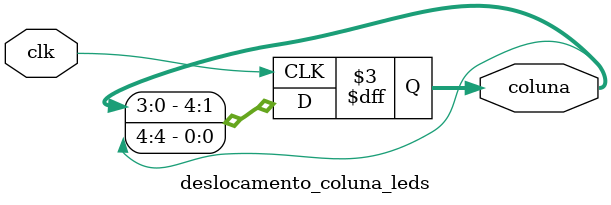
<source format=v>
module deslocamento_coluna_leds(
	input clk,
	output reg [4:0] coluna
	);

	// Passando o valor inicial da coluna
	initial begin
	
		coluna = 5'b00001; // Coluna 5 - MSB; Coluna 0 - LSB;

	end
	
	always @(posedge clk) begin
	
		coluna <= {coluna[3:0], coluna[4]}; // Transforma o MSB no LSB
		
	end
	
	
endmodule

</source>
